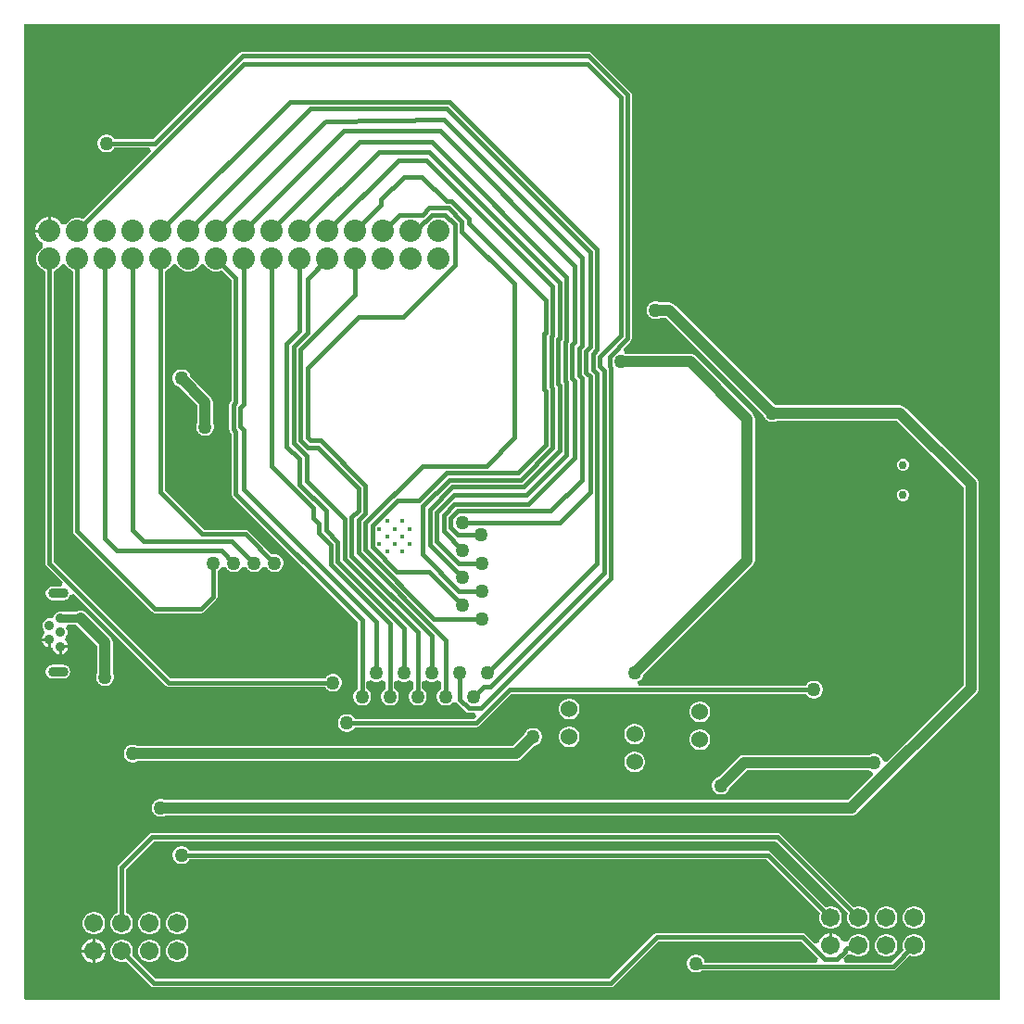
<source format=gbl>
G04*
G04 #@! TF.GenerationSoftware,Altium Limited,Altium Designer,25.3.3 (18)*
G04*
G04 Layer_Physical_Order=2*
G04 Layer_Color=16711680*
%FSLAX44Y44*%
%MOMM*%
G71*
G04*
G04 #@! TF.SameCoordinates,CF0063C5-59CE-4EC0-ACCE-DCAF0012FED6*
G04*
G04*
G04 #@! TF.FilePolarity,Positive*
G04*
G01*
G75*
%ADD61C,1.7018*%
%ADD67C,0.7620*%
%ADD68C,1.0160*%
%ADD69C,0.3810*%
%ADD70C,1.5240*%
%ADD71C,2.0320*%
%ADD72C,0.4000*%
%ADD73C,0.9000*%
%ADD74O,1.8500X0.9000*%
%ADD75C,0.7500*%
%ADD76C,1.2700*%
G36*
X891540D02*
X1270D01*
X0Y1270D01*
Y891540D01*
X891540D01*
Y0D01*
D02*
G37*
%LPC*%
G36*
X515620Y866085D02*
X199300D01*
X197863Y865799D01*
X196644Y864985D01*
X117734Y786075D01*
X82147D01*
X81434Y787311D01*
X79921Y788824D01*
X78067Y789894D01*
X76000Y790448D01*
X73860D01*
X71793Y789894D01*
X69939Y788824D01*
X68426Y787311D01*
X67356Y785457D01*
X66802Y783390D01*
Y781250D01*
X67356Y779183D01*
X68426Y777329D01*
X69939Y775816D01*
X71793Y774746D01*
X73860Y774192D01*
X76000D01*
X78067Y774746D01*
X79921Y775816D01*
X81434Y777329D01*
X82147Y778565D01*
X114226D01*
X115684Y775045D01*
X53632Y712993D01*
X52868Y713435D01*
X49832Y714248D01*
X46688D01*
X43652Y713435D01*
X40930Y711863D01*
X38707Y709640D01*
X38089Y708570D01*
X38014Y708540D01*
X33823Y708722D01*
X33022Y710108D01*
X30658Y712473D01*
X27762Y714145D01*
X24532Y715010D01*
X24130D01*
Y702310D01*
X22860D01*
Y701040D01*
X10160D01*
Y700638D01*
X11026Y697408D01*
X12697Y694512D01*
X15062Y692148D01*
X16448Y691347D01*
X16630Y687157D01*
X16600Y687081D01*
X15530Y686463D01*
X13307Y684240D01*
X11736Y681518D01*
X10922Y678482D01*
Y675338D01*
X11736Y672302D01*
X13307Y669580D01*
X15530Y667357D01*
X18252Y665786D01*
X19105Y665557D01*
Y398780D01*
X19391Y397343D01*
X20205Y396125D01*
X34938Y381391D01*
X33360Y377581D01*
X25910D01*
X23461Y377094D01*
X21384Y375706D01*
X19996Y373630D01*
X19509Y371180D01*
X19996Y368731D01*
X21384Y366654D01*
X23461Y365266D01*
X25910Y364779D01*
X35410D01*
X37860Y365266D01*
X39936Y366654D01*
X41324Y368731D01*
X41471Y369470D01*
X45462Y370867D01*
X129425Y286905D01*
X130643Y286091D01*
X132080Y285805D01*
X274723D01*
X275436Y284569D01*
X276949Y283056D01*
X278803Y281986D01*
X280870Y281432D01*
X283010D01*
X285077Y281986D01*
X286931Y283056D01*
X288444Y284569D01*
X289514Y286423D01*
X290068Y288490D01*
Y290630D01*
X289514Y292697D01*
X288444Y294551D01*
X286931Y296064D01*
X285077Y297134D01*
X283010Y297688D01*
X280870D01*
X278803Y297134D01*
X276949Y296064D01*
X275436Y294551D01*
X274723Y293315D01*
X133635D01*
X26615Y400335D01*
Y665557D01*
X27468Y665786D01*
X30190Y667357D01*
X32413Y669580D01*
X33443Y671364D01*
X34920Y671739D01*
X36200D01*
X37677Y671364D01*
X38707Y669580D01*
X40930Y667357D01*
X43652Y665786D01*
X44505Y665557D01*
Y427990D01*
X44791Y426553D01*
X45605Y425335D01*
X116725Y354215D01*
X117943Y353401D01*
X119380Y353115D01*
X161290D01*
X162727Y353401D01*
X163945Y354215D01*
X175375Y365645D01*
X176189Y366863D01*
X176475Y368300D01*
Y391563D01*
X177711Y392276D01*
X179224Y393789D01*
X179976Y395092D01*
X182033Y395390D01*
X184091Y395092D01*
X184843Y393789D01*
X186356Y392276D01*
X188209Y391206D01*
X190277Y390652D01*
X192417D01*
X194484Y391206D01*
X196337Y392276D01*
X197851Y393789D01*
X198603Y395092D01*
X200660Y395390D01*
X202717Y395092D01*
X203469Y393789D01*
X204983Y392276D01*
X206836Y391206D01*
X208903Y390652D01*
X211043D01*
X213111Y391206D01*
X214964Y392276D01*
X216477Y393789D01*
X217229Y395092D01*
X219287Y395390D01*
X221344Y395092D01*
X222096Y393789D01*
X223609Y392276D01*
X225463Y391206D01*
X227530Y390652D01*
X229670D01*
X231737Y391206D01*
X233591Y392276D01*
X235104Y393789D01*
X236174Y395643D01*
X236728Y397710D01*
Y399850D01*
X236174Y401917D01*
X235104Y403771D01*
X233591Y405284D01*
X231737Y406354D01*
X229670Y406908D01*
X227530D01*
X226152Y406539D01*
X204585Y428105D01*
X203367Y428919D01*
X201930Y429205D01*
X164115D01*
X128215Y465105D01*
Y665557D01*
X129068Y665786D01*
X131790Y667357D01*
X134013Y669580D01*
X135043Y671364D01*
X136520Y671739D01*
X137800D01*
X139277Y671364D01*
X140307Y669580D01*
X142530Y667357D01*
X145252Y665786D01*
X148288Y664972D01*
X151432D01*
X154468Y665786D01*
X157190Y667357D01*
X159413Y669580D01*
X160443Y671364D01*
X161920Y671739D01*
X163200D01*
X164677Y671364D01*
X165707Y669580D01*
X167930Y667357D01*
X170652Y665786D01*
X173688Y664972D01*
X176832D01*
X179868Y665786D01*
X180632Y666227D01*
X189285Y657575D01*
Y547174D01*
X188099Y545988D01*
X187285Y544769D01*
X186999Y543332D01*
Y520928D01*
X187285Y519491D01*
X188099Y518272D01*
X189285Y517086D01*
Y462280D01*
X189571Y460843D01*
X190385Y459625D01*
X304855Y345155D01*
Y284077D01*
X303619Y283364D01*
X302106Y281851D01*
X301036Y279997D01*
X300482Y277930D01*
Y275790D01*
X301036Y273723D01*
X302106Y271869D01*
X303619Y270356D01*
X305473Y269286D01*
X307540Y268732D01*
X309680D01*
X311747Y269286D01*
X313601Y270356D01*
X315114Y271869D01*
X316184Y273723D01*
X316738Y275790D01*
Y277930D01*
X316184Y279997D01*
X315114Y281851D01*
X313601Y283364D01*
X312365Y284077D01*
Y290512D01*
X316175Y292090D01*
X316319Y291946D01*
X318173Y290876D01*
X320240Y290322D01*
X322380D01*
X324447Y290876D01*
X326301Y291946D01*
X326445Y292090D01*
X330255Y290512D01*
Y284077D01*
X329019Y283364D01*
X327506Y281851D01*
X326436Y279997D01*
X325882Y277930D01*
Y275790D01*
X326436Y273723D01*
X327506Y271869D01*
X329019Y270356D01*
X330873Y269286D01*
X332940Y268732D01*
X335080D01*
X337147Y269286D01*
X339001Y270356D01*
X340514Y271869D01*
X341584Y273723D01*
X342138Y275790D01*
Y277930D01*
X341584Y279997D01*
X340514Y281851D01*
X339001Y283364D01*
X337765Y284077D01*
Y290512D01*
X341575Y292090D01*
X341719Y291946D01*
X343573Y290876D01*
X345640Y290322D01*
X347780D01*
X349847Y290876D01*
X351701Y291946D01*
X351845Y292090D01*
X355655Y290512D01*
Y284077D01*
X354419Y283364D01*
X352906Y281851D01*
X351836Y279997D01*
X351282Y277930D01*
Y275790D01*
X351836Y273723D01*
X352906Y271869D01*
X354419Y270356D01*
X356273Y269286D01*
X358340Y268732D01*
X360480D01*
X362547Y269286D01*
X364401Y270356D01*
X365914Y271869D01*
X366984Y273723D01*
X367538Y275790D01*
Y277930D01*
X366984Y279997D01*
X365914Y281851D01*
X364401Y283364D01*
X363165Y284077D01*
Y290512D01*
X366975Y292090D01*
X367119Y291946D01*
X368973Y290876D01*
X371040Y290322D01*
X373180D01*
X375247Y290876D01*
X377101Y291946D01*
X377245Y292090D01*
X381055Y290512D01*
Y284077D01*
X379819Y283364D01*
X378306Y281851D01*
X377236Y279997D01*
X376682Y277930D01*
Y275790D01*
X377236Y273723D01*
X378306Y271869D01*
X379819Y270356D01*
X381673Y269286D01*
X383740Y268732D01*
X385880D01*
X387947Y269286D01*
X389801Y270356D01*
X390759Y271314D01*
X393344Y271519D01*
X395315Y271178D01*
X403083Y263410D01*
X404302Y262596D01*
X405739Y262310D01*
X411197D01*
X412750Y258756D01*
X410916Y256485D01*
X301857D01*
X301144Y257721D01*
X299631Y259234D01*
X297777Y260304D01*
X295710Y260858D01*
X293570D01*
X291503Y260304D01*
X289649Y259234D01*
X288136Y257721D01*
X287066Y255867D01*
X286512Y253800D01*
Y251660D01*
X287066Y249593D01*
X288136Y247739D01*
X289649Y246226D01*
X291503Y245156D01*
X293570Y244602D01*
X295710D01*
X297777Y245156D01*
X299631Y246226D01*
X301144Y247739D01*
X301857Y248975D01*
X412840D01*
X414277Y249261D01*
X415495Y250075D01*
X444876Y279455D01*
X714143D01*
X714856Y278219D01*
X716369Y276706D01*
X718223Y275636D01*
X720290Y275082D01*
X722430D01*
X724497Y275636D01*
X726351Y276706D01*
X727864Y278219D01*
X728934Y280073D01*
X729488Y282140D01*
Y284280D01*
X728934Y286347D01*
X727864Y288201D01*
X726351Y289714D01*
X724497Y290784D01*
X722430Y291338D01*
X720290D01*
X718223Y290784D01*
X716369Y289714D01*
X714856Y288201D01*
X714143Y286965D01*
X560793D01*
X560291Y290775D01*
X560667Y290876D01*
X562521Y291946D01*
X564034Y293459D01*
X565104Y295313D01*
X565444Y296582D01*
X665291Y396429D01*
X666391Y397861D01*
X667082Y399530D01*
X667317Y401320D01*
Y530860D01*
X667082Y532650D01*
X666391Y534319D01*
X665291Y535751D01*
X613221Y587821D01*
X611789Y588921D01*
X610120Y589612D01*
X608330Y589847D01*
X549115D01*
X548431Y590242D01*
X548327Y590270D01*
X547115Y594445D01*
X553835Y601166D01*
X554649Y602384D01*
X554935Y603821D01*
Y826770D01*
X554649Y828207D01*
X553835Y829425D01*
X518275Y864985D01*
X517057Y865799D01*
X515620Y866085D01*
D02*
G37*
G36*
X21590Y715010D02*
X21188D01*
X17958Y714145D01*
X15062Y712473D01*
X12697Y710108D01*
X11026Y707212D01*
X10160Y703982D01*
Y703580D01*
X21590D01*
Y715010D01*
D02*
G37*
G36*
X144580Y575818D02*
X142440D01*
X140373Y575264D01*
X138519Y574194D01*
X137006Y572681D01*
X135936Y570827D01*
X135382Y568760D01*
Y566620D01*
X135936Y564553D01*
X137006Y562699D01*
X138519Y561186D01*
X140373Y560116D01*
X141642Y559776D01*
X158183Y543235D01*
Y527515D01*
X157526Y526377D01*
X156972Y524310D01*
Y522170D01*
X157526Y520103D01*
X158596Y518249D01*
X160109Y516736D01*
X161963Y515666D01*
X164030Y515112D01*
X166170D01*
X168237Y515666D01*
X170091Y516736D01*
X171604Y518249D01*
X172674Y520103D01*
X173228Y522170D01*
Y524310D01*
X172674Y526377D01*
X172017Y527515D01*
Y546100D01*
X171782Y547890D01*
X171091Y549559D01*
X169991Y550991D01*
X151424Y569558D01*
X151084Y570827D01*
X150014Y572681D01*
X148501Y574194D01*
X146647Y575264D01*
X144580Y575818D01*
D02*
G37*
G36*
X803740Y494038D02*
X801540D01*
X799509Y493196D01*
X797954Y491641D01*
X797112Y489610D01*
Y487410D01*
X797954Y485379D01*
X799509Y483824D01*
X801540Y482982D01*
X803740D01*
X805771Y483824D01*
X807326Y485379D01*
X808168Y487410D01*
Y489610D01*
X807326Y491641D01*
X805771Y493196D01*
X803740Y494038D01*
D02*
G37*
G36*
Y466538D02*
X801540D01*
X799509Y465696D01*
X797954Y464141D01*
X797112Y462110D01*
Y459910D01*
X797954Y457879D01*
X799509Y456324D01*
X801540Y455482D01*
X803740D01*
X805771Y456324D01*
X807326Y457879D01*
X808168Y459910D01*
Y462110D01*
X807326Y464141D01*
X805771Y465696D01*
X803740Y466538D01*
D02*
G37*
G36*
X51620Y355347D02*
X49830Y355112D01*
X48161Y354421D01*
X47780Y354128D01*
X35510D01*
X34109Y354708D01*
X31611D01*
X29304Y353752D01*
X27538Y351986D01*
X26582Y349679D01*
X24109Y348208D01*
X23062Y348208D01*
X21611D01*
X19304Y347252D01*
X17538Y345486D01*
X16582Y343179D01*
Y340681D01*
X17538Y338374D01*
X18401Y335082D01*
X17454Y333480D01*
X17227Y333253D01*
X16300Y331647D01*
X15912Y330200D01*
X22860D01*
Y328930D01*
X24130D01*
Y321825D01*
X25813Y321505D01*
X26300Y319713D01*
X27227Y318107D01*
X28537Y316797D01*
X30143Y315870D01*
X31590Y315482D01*
Y322430D01*
X32860D01*
Y323700D01*
X39808D01*
X39420Y325147D01*
X38493Y326753D01*
X38266Y326980D01*
X37319Y328582D01*
X38182Y331874D01*
X39138Y334181D01*
Y336679D01*
X38182Y338986D01*
X39824Y342733D01*
X47535D01*
X66743Y323525D01*
Y298915D01*
X66086Y297777D01*
X65532Y295710D01*
Y293570D01*
X66086Y291503D01*
X67156Y289649D01*
X68669Y288136D01*
X70523Y287066D01*
X72590Y286512D01*
X74730D01*
X76797Y287066D01*
X78651Y288136D01*
X80164Y289649D01*
X81234Y291503D01*
X81788Y293570D01*
Y295710D01*
X81234Y297777D01*
X80577Y298915D01*
Y326390D01*
X80342Y328180D01*
X79651Y329849D01*
X78551Y331281D01*
X56511Y353321D01*
X55079Y354421D01*
X53410Y355112D01*
X51620Y355347D01*
D02*
G37*
G36*
X21590Y327660D02*
X15912D01*
X16300Y326213D01*
X17227Y324607D01*
X18537Y323297D01*
X20143Y322370D01*
X21590Y321982D01*
Y327660D01*
D02*
G37*
G36*
X39808Y321160D02*
X34130D01*
Y315482D01*
X35577Y315870D01*
X37183Y316797D01*
X38493Y318107D01*
X39420Y319713D01*
X39808Y321160D01*
D02*
G37*
G36*
X35410Y306081D02*
X25910D01*
X23461Y305594D01*
X21384Y304206D01*
X19996Y302129D01*
X19509Y299680D01*
X19996Y297230D01*
X21384Y295154D01*
X23461Y293766D01*
X25910Y293279D01*
X35410D01*
X37860Y293766D01*
X39936Y295154D01*
X41324Y297230D01*
X41811Y299680D01*
X41324Y302129D01*
X39936Y304206D01*
X37860Y305594D01*
X35410Y306081D01*
D02*
G37*
G36*
X499077Y274828D02*
X496603D01*
X494212Y274188D01*
X492070Y272950D01*
X490320Y271201D01*
X489082Y269058D01*
X488442Y266667D01*
Y264193D01*
X489082Y261803D01*
X490320Y259660D01*
X492070Y257910D01*
X494212Y256672D01*
X496603Y256032D01*
X499077D01*
X501468Y256672D01*
X503610Y257910D01*
X505360Y259660D01*
X506598Y261803D01*
X507238Y264193D01*
Y266667D01*
X506598Y269058D01*
X505360Y271201D01*
X503610Y272950D01*
X501468Y274188D01*
X499077Y274828D01*
D02*
G37*
G36*
X618457Y272288D02*
X615983D01*
X613592Y271647D01*
X611450Y270410D01*
X609700Y268661D01*
X608462Y266518D01*
X607822Y264127D01*
Y261653D01*
X608462Y259263D01*
X609700Y257120D01*
X611450Y255370D01*
X613592Y254132D01*
X615983Y253492D01*
X618457D01*
X620848Y254132D01*
X622990Y255370D01*
X624740Y257120D01*
X625978Y259263D01*
X626618Y261653D01*
Y264127D01*
X625978Y266518D01*
X624740Y268661D01*
X622990Y270410D01*
X620848Y271647D01*
X618457Y272288D01*
D02*
G37*
G36*
X558767Y251968D02*
X556293D01*
X553903Y251327D01*
X551759Y250090D01*
X550010Y248340D01*
X548773Y246197D01*
X548132Y243807D01*
Y241333D01*
X548773Y238943D01*
X550010Y236800D01*
X551759Y235050D01*
X553903Y233813D01*
X556293Y233172D01*
X558767D01*
X561157Y233813D01*
X563301Y235050D01*
X565050Y236800D01*
X566287Y238943D01*
X566928Y241333D01*
Y243807D01*
X566287Y246197D01*
X565050Y248340D01*
X563301Y250090D01*
X561157Y251327D01*
X558767Y251968D01*
D02*
G37*
G36*
X465890Y248158D02*
X463750D01*
X461683Y247604D01*
X459829Y246534D01*
X458316Y245021D01*
X457246Y243167D01*
X457158Y242837D01*
X446027Y231707D01*
X103335D01*
X102197Y232364D01*
X100130Y232918D01*
X97990D01*
X95923Y232364D01*
X94069Y231294D01*
X92556Y229781D01*
X91486Y227927D01*
X90932Y225860D01*
Y223720D01*
X91486Y221653D01*
X92556Y219799D01*
X94069Y218286D01*
X95923Y217216D01*
X97990Y216662D01*
X100130D01*
X102197Y217216D01*
X103335Y217873D01*
X448893D01*
X450683Y218109D01*
X452351Y218799D01*
X453784Y219899D01*
X465787Y231902D01*
X465890D01*
X467957Y232456D01*
X469811Y233526D01*
X471324Y235039D01*
X472394Y236893D01*
X472948Y238960D01*
Y241100D01*
X472394Y243167D01*
X471324Y245021D01*
X469811Y246534D01*
X467957Y247604D01*
X465890Y248158D01*
D02*
G37*
G36*
X499077Y249428D02*
X496603D01*
X494212Y248787D01*
X492070Y247550D01*
X490320Y245800D01*
X489082Y243657D01*
X488442Y241267D01*
Y238793D01*
X489082Y236402D01*
X490320Y234259D01*
X492070Y232510D01*
X494212Y231273D01*
X496603Y230632D01*
X499077D01*
X501468Y231273D01*
X503610Y232510D01*
X505360Y234259D01*
X506598Y236402D01*
X507238Y238793D01*
Y241267D01*
X506598Y243657D01*
X505360Y245800D01*
X503610Y247550D01*
X501468Y248787D01*
X499077Y249428D01*
D02*
G37*
G36*
X618457Y246888D02*
X615983D01*
X613592Y246248D01*
X611450Y245010D01*
X609700Y243260D01*
X608462Y241117D01*
X607822Y238727D01*
Y236253D01*
X608462Y233862D01*
X609700Y231719D01*
X611450Y229970D01*
X613592Y228732D01*
X615983Y228092D01*
X618457D01*
X620848Y228732D01*
X622990Y229970D01*
X624740Y231719D01*
X625978Y233862D01*
X626618Y236253D01*
Y238727D01*
X625978Y241117D01*
X624740Y243260D01*
X622990Y245010D01*
X620848Y246248D01*
X618457Y246888D01*
D02*
G37*
G36*
X577650Y638048D02*
X575510D01*
X573443Y637494D01*
X571589Y636424D01*
X570076Y634911D01*
X569006Y633057D01*
X568452Y630990D01*
Y628850D01*
X569006Y626783D01*
X570076Y624929D01*
X571589Y623416D01*
X573443Y622346D01*
X575510Y621792D01*
X577650D01*
X579717Y622346D01*
X580855Y623003D01*
X586415D01*
X675346Y534072D01*
X675686Y532803D01*
X676756Y530949D01*
X678269Y529436D01*
X680123Y528366D01*
X682190Y527812D01*
X684330D01*
X686397Y528366D01*
X687535Y529023D01*
X797235D01*
X857953Y468305D01*
Y287345D01*
X787908Y217300D01*
X786536Y217410D01*
X783829Y218609D01*
X783544Y219672D01*
X782474Y221526D01*
X780961Y223039D01*
X779107Y224109D01*
X777040Y224663D01*
X774900D01*
X772833Y224109D01*
X771695Y223452D01*
X657225D01*
X655435Y223216D01*
X653766Y222526D01*
X652334Y221426D01*
X634402Y203494D01*
X633133Y203154D01*
X631279Y202084D01*
X629766Y200571D01*
X628696Y198717D01*
X628142Y196650D01*
Y194510D01*
X628696Y192443D01*
X629766Y190589D01*
X631279Y189076D01*
X633133Y188006D01*
X635200Y187452D01*
X637340D01*
X639407Y188006D01*
X641261Y189076D01*
X642774Y190589D01*
X643844Y192443D01*
X644184Y193712D01*
X660090Y209618D01*
X771695D01*
X772833Y208961D01*
X773896Y208676D01*
X775095Y205969D01*
X775205Y204597D01*
X752785Y182177D01*
X128735D01*
X127597Y182834D01*
X125530Y183388D01*
X123390D01*
X121323Y182834D01*
X119469Y181764D01*
X117956Y180251D01*
X116886Y178397D01*
X116332Y176330D01*
Y174190D01*
X116886Y172123D01*
X117956Y170269D01*
X119469Y168756D01*
X121323Y167686D01*
X123390Y167132D01*
X125530D01*
X127597Y167686D01*
X128735Y168343D01*
X755650D01*
X757440Y168578D01*
X759109Y169270D01*
X760541Y170369D01*
X761811Y171639D01*
X761811Y171639D01*
X869761Y279589D01*
X870861Y281021D01*
X871552Y282690D01*
X871787Y284480D01*
Y471170D01*
X871552Y472960D01*
X870861Y474629D01*
X869761Y476061D01*
X804991Y540831D01*
X803559Y541931D01*
X801890Y542621D01*
X800100Y542857D01*
X687535D01*
X686397Y543514D01*
X685128Y543854D01*
X594171Y634811D01*
X592739Y635910D01*
X591070Y636601D01*
X589280Y636837D01*
X580855D01*
X579717Y637494D01*
X577650Y638048D01*
D02*
G37*
G36*
X558767Y226568D02*
X556293D01*
X553903Y225928D01*
X551759Y224690D01*
X550010Y222941D01*
X548773Y220798D01*
X548132Y218407D01*
Y215933D01*
X548773Y213542D01*
X550010Y211399D01*
X551759Y209650D01*
X553903Y208412D01*
X556293Y207772D01*
X558767D01*
X561157Y208412D01*
X563301Y209650D01*
X565050Y211399D01*
X566287Y213542D01*
X566928Y215933D01*
Y218407D01*
X566287Y220798D01*
X565050Y222941D01*
X563301Y224690D01*
X561157Y225928D01*
X558767Y226568D01*
D02*
G37*
G36*
X814154Y85217D02*
X811446D01*
X808829Y84516D01*
X806484Y83162D01*
X804568Y81246D01*
X803214Y78901D01*
X802513Y76284D01*
Y73576D01*
X803214Y70959D01*
X804568Y68614D01*
X806484Y66698D01*
X808829Y65344D01*
X811446Y64643D01*
X814154D01*
X816771Y65344D01*
X819116Y66698D01*
X821032Y68614D01*
X822386Y70959D01*
X823087Y73576D01*
Y76284D01*
X822386Y78901D01*
X821032Y81246D01*
X819116Y83162D01*
X816771Y84516D01*
X814154Y85217D01*
D02*
G37*
G36*
X788754D02*
X786046D01*
X783429Y84516D01*
X781084Y83162D01*
X779168Y81246D01*
X777814Y78901D01*
X777113Y76284D01*
Y73576D01*
X777814Y70959D01*
X779168Y68614D01*
X781084Y66698D01*
X783429Y65344D01*
X786046Y64643D01*
X788754D01*
X791371Y65344D01*
X793716Y66698D01*
X795632Y68614D01*
X796986Y70959D01*
X797687Y73576D01*
Y76284D01*
X796986Y78901D01*
X795632Y81246D01*
X793716Y83162D01*
X791371Y84516D01*
X788754Y85217D01*
D02*
G37*
G36*
X688340Y152345D02*
X116840D01*
X115403Y152059D01*
X114185Y151245D01*
X86245Y123305D01*
X85431Y122087D01*
X85145Y120650D01*
Y79494D01*
X84929Y79436D01*
X82584Y78082D01*
X80668Y76166D01*
X79314Y73821D01*
X78613Y71204D01*
Y68496D01*
X79314Y65879D01*
X80668Y63534D01*
X82584Y61618D01*
X84929Y60264D01*
X87546Y59563D01*
X90254D01*
X92871Y60264D01*
X95216Y61618D01*
X97132Y63534D01*
X98486Y65879D01*
X99187Y68496D01*
Y71204D01*
X98486Y73821D01*
X97132Y76166D01*
X95216Y78082D01*
X92871Y79436D01*
X92655Y79494D01*
Y119095D01*
X118395Y144835D01*
X686785D01*
X752526Y79094D01*
X752414Y78901D01*
X751713Y76284D01*
Y73576D01*
X752414Y70959D01*
X753768Y68614D01*
X755684Y66698D01*
X758029Y65344D01*
X760646Y64643D01*
X763354D01*
X765971Y65344D01*
X768316Y66698D01*
X770232Y68614D01*
X771586Y70959D01*
X772287Y73576D01*
Y76284D01*
X771586Y78901D01*
X770232Y81246D01*
X768316Y83162D01*
X765971Y84516D01*
X763354Y85217D01*
X760646D01*
X758029Y84516D01*
X757836Y84404D01*
X690995Y151245D01*
X689777Y152059D01*
X688340Y152345D01*
D02*
G37*
G36*
X144580Y140208D02*
X142440D01*
X140373Y139654D01*
X138519Y138584D01*
X137006Y137071D01*
X135936Y135217D01*
X135382Y133150D01*
Y131010D01*
X135936Y128943D01*
X137006Y127089D01*
X138519Y125576D01*
X140373Y124506D01*
X142440Y123952D01*
X144580D01*
X146647Y124506D01*
X148501Y125576D01*
X150014Y127089D01*
X150727Y128325D01*
X677895D01*
X727126Y79094D01*
X727014Y78901D01*
X726313Y76284D01*
Y73576D01*
X727014Y70959D01*
X728368Y68614D01*
X730284Y66698D01*
X732629Y65344D01*
X735246Y64643D01*
X737954D01*
X740571Y65344D01*
X742916Y66698D01*
X744832Y68614D01*
X746186Y70959D01*
X746887Y73576D01*
Y76284D01*
X746186Y78901D01*
X744832Y81246D01*
X742916Y83162D01*
X740571Y84516D01*
X737954Y85217D01*
X735246D01*
X732629Y84516D01*
X732436Y84404D01*
X682105Y134735D01*
X680887Y135549D01*
X679450Y135835D01*
X150727D01*
X150014Y137071D01*
X148501Y138584D01*
X146647Y139654D01*
X144580Y140208D01*
D02*
G37*
G36*
X141054Y80137D02*
X138346D01*
X135729Y79436D01*
X133384Y78082D01*
X131468Y76166D01*
X130114Y73821D01*
X129413Y71204D01*
Y68496D01*
X130114Y65879D01*
X131468Y63534D01*
X133384Y61618D01*
X135729Y60264D01*
X138346Y59563D01*
X141054D01*
X143671Y60264D01*
X146016Y61618D01*
X147932Y63534D01*
X149286Y65879D01*
X149987Y68496D01*
Y71204D01*
X149286Y73821D01*
X147932Y76166D01*
X146016Y78082D01*
X143671Y79436D01*
X141054Y80137D01*
D02*
G37*
G36*
X115654D02*
X112946D01*
X110329Y79436D01*
X107984Y78082D01*
X106068Y76166D01*
X104714Y73821D01*
X104013Y71204D01*
Y68496D01*
X104714Y65879D01*
X106068Y63534D01*
X107984Y61618D01*
X110329Y60264D01*
X112946Y59563D01*
X115654D01*
X118271Y60264D01*
X120616Y61618D01*
X122532Y63534D01*
X123886Y65879D01*
X124587Y68496D01*
Y71204D01*
X123886Y73821D01*
X122532Y76166D01*
X120616Y78082D01*
X118271Y79436D01*
X115654Y80137D01*
D02*
G37*
G36*
X64854D02*
X62146D01*
X59529Y79436D01*
X57184Y78082D01*
X55268Y76166D01*
X53914Y73821D01*
X53213Y71204D01*
Y68496D01*
X53914Y65879D01*
X55268Y63534D01*
X57184Y61618D01*
X59529Y60264D01*
X62146Y59563D01*
X64854D01*
X67471Y60264D01*
X69816Y61618D01*
X71732Y63534D01*
X73086Y65879D01*
X73787Y68496D01*
Y71204D01*
X73086Y73821D01*
X71732Y76166D01*
X69816Y78082D01*
X67471Y79436D01*
X64854Y80137D01*
D02*
G37*
G36*
X64955Y55499D02*
X64770D01*
Y45720D01*
X74549D01*
Y45905D01*
X73796Y48715D01*
X72341Y51234D01*
X70284Y53291D01*
X67765Y54746D01*
X64955Y55499D01*
D02*
G37*
G36*
X62230D02*
X62045D01*
X59235Y54746D01*
X56716Y53291D01*
X54659Y51234D01*
X53204Y48715D01*
X52451Y45905D01*
Y45720D01*
X62230D01*
Y55499D01*
D02*
G37*
G36*
X788754Y59817D02*
X786046D01*
X783429Y59116D01*
X781084Y57762D01*
X779168Y55846D01*
X777814Y53501D01*
X777113Y50884D01*
Y48176D01*
X777814Y45559D01*
X779168Y43214D01*
X781084Y41298D01*
X783429Y39944D01*
X786046Y39243D01*
X788754D01*
X791371Y39944D01*
X793716Y41298D01*
X795632Y43214D01*
X796986Y45559D01*
X797687Y48176D01*
Y50884D01*
X796986Y53501D01*
X795632Y55846D01*
X793716Y57762D01*
X791371Y59116D01*
X788754Y59817D01*
D02*
G37*
G36*
X141054Y54737D02*
X138346D01*
X135729Y54036D01*
X133384Y52682D01*
X131468Y50766D01*
X130114Y48421D01*
X129413Y45804D01*
Y43096D01*
X130114Y40479D01*
X131468Y38134D01*
X133384Y36218D01*
X135729Y34864D01*
X138346Y34163D01*
X141054D01*
X143671Y34864D01*
X146016Y36218D01*
X147932Y38134D01*
X149286Y40479D01*
X149987Y43096D01*
Y45804D01*
X149286Y48421D01*
X147932Y50766D01*
X146016Y52682D01*
X143671Y54036D01*
X141054Y54737D01*
D02*
G37*
G36*
X115654D02*
X112946D01*
X110329Y54036D01*
X107984Y52682D01*
X106068Y50766D01*
X104714Y48421D01*
X104013Y45804D01*
Y43096D01*
X104714Y40479D01*
X106068Y38134D01*
X107984Y36218D01*
X110329Y34864D01*
X112946Y34163D01*
X115654D01*
X118271Y34864D01*
X120616Y36218D01*
X122532Y38134D01*
X123886Y40479D01*
X124587Y43096D01*
Y45804D01*
X123886Y48421D01*
X122532Y50766D01*
X120616Y52682D01*
X118271Y54036D01*
X115654Y54737D01*
D02*
G37*
G36*
X74549Y43180D02*
X64770D01*
Y33401D01*
X64955D01*
X67765Y34154D01*
X70284Y35609D01*
X72341Y37666D01*
X73796Y40185D01*
X74549Y42995D01*
Y43180D01*
D02*
G37*
G36*
X62230D02*
X52451D01*
Y42995D01*
X53204Y40185D01*
X54659Y37666D01*
X56716Y35609D01*
X59235Y34154D01*
X62045Y33401D01*
X62230D01*
Y43180D01*
D02*
G37*
G36*
X710660Y60905D02*
X577850D01*
X576413Y60619D01*
X575195Y59805D01*
X534385Y18995D01*
X119665D01*
X98374Y40286D01*
X98486Y40479D01*
X99187Y43096D01*
Y45804D01*
X98486Y48421D01*
X97132Y50766D01*
X95216Y52682D01*
X92871Y54036D01*
X90254Y54737D01*
X87546D01*
X84929Y54036D01*
X82584Y52682D01*
X80668Y50766D01*
X79314Y48421D01*
X78613Y45804D01*
Y43096D01*
X79314Y40479D01*
X80668Y38134D01*
X82584Y36218D01*
X84929Y34864D01*
X87546Y34163D01*
X90254D01*
X92871Y34864D01*
X93064Y34976D01*
X115455Y12585D01*
X116673Y11771D01*
X118110Y11485D01*
X535940D01*
X537377Y11771D01*
X538595Y12585D01*
X579405Y53395D01*
X709105D01*
X724999Y37501D01*
X723540Y33981D01*
X621538D01*
Y34090D01*
X620984Y36157D01*
X619914Y38011D01*
X618401Y39524D01*
X616547Y40594D01*
X614480Y41148D01*
X612340D01*
X610273Y40594D01*
X608419Y39524D01*
X606906Y38011D01*
X605836Y36157D01*
X605282Y34090D01*
Y31950D01*
X605836Y29883D01*
X606906Y28029D01*
X608419Y26516D01*
X610273Y25446D01*
X612340Y24892D01*
X614480D01*
X616547Y25446D01*
X618396Y26513D01*
X618610Y26471D01*
X793496D01*
X794933Y26757D01*
X796151Y27571D01*
X808636Y40056D01*
X808829Y39944D01*
X811446Y39243D01*
X814154D01*
X816771Y39944D01*
X819116Y41298D01*
X821032Y43214D01*
X822386Y45559D01*
X823087Y48176D01*
Y50884D01*
X822386Y53501D01*
X821032Y55846D01*
X819116Y57762D01*
X816771Y59116D01*
X814154Y59817D01*
X811446D01*
X808829Y59116D01*
X806484Y57762D01*
X804568Y55846D01*
X803214Y53501D01*
X802513Y50884D01*
Y48176D01*
X803214Y45559D01*
X803326Y45366D01*
X791941Y33981D01*
X749660D01*
X748201Y37501D01*
X752209Y41509D01*
X755652Y41300D01*
X756130Y41041D01*
X758029Y39944D01*
X760646Y39243D01*
X763354D01*
X765971Y39944D01*
X768316Y41298D01*
X770232Y43214D01*
X771586Y45559D01*
X772287Y48176D01*
Y50884D01*
X771586Y53501D01*
X770232Y55846D01*
X768316Y57762D01*
X765971Y59116D01*
X763354Y59817D01*
X760646D01*
X758029Y59116D01*
X755684Y57762D01*
X753768Y55846D01*
X752503Y53655D01*
X752309Y53472D01*
X750614Y53004D01*
X746896Y53795D01*
X745441Y56314D01*
X743384Y58371D01*
X740865Y59826D01*
X738055Y60579D01*
X737870D01*
Y49530D01*
X735330D01*
Y60579D01*
X735145D01*
X732335Y59826D01*
X729816Y58371D01*
X727759Y56314D01*
X726304Y53795D01*
X725968Y52541D01*
X722247Y51235D01*
X721857Y51264D01*
X713316Y59805D01*
X712097Y60619D01*
X710660Y60905D01*
D02*
G37*
%LPD*%
D61*
X63500Y44450D02*
D03*
X88900D02*
D03*
X114300D02*
D03*
X139700D02*
D03*
X63500Y69850D02*
D03*
X88900D02*
D03*
X114300D02*
D03*
X139700D02*
D03*
X736600Y49530D02*
D03*
X762000D02*
D03*
X787400D02*
D03*
X812800D02*
D03*
X736600Y74930D02*
D03*
X762000D02*
D03*
X787400D02*
D03*
X812800D02*
D03*
D67*
X32860Y348430D02*
X51620D01*
D68*
X660400Y401320D02*
Y530860D01*
X608330Y582930D02*
X660400Y530860D01*
X545555Y582930D02*
X608330D01*
X124460Y175260D02*
X755650D01*
X756920Y176530D01*
X864870Y284480D01*
X73660Y294640D02*
Y326390D01*
X51620Y348430D02*
X73660Y326390D01*
X99060Y224790D02*
X448893D01*
X463647Y239544D01*
X463990Y239200D01*
X636270Y195580D02*
X657225Y216535D01*
X775970D01*
X557530Y298450D02*
X660400Y401320D01*
X143510Y567690D02*
X165100Y546100D01*
Y523240D02*
Y546100D01*
X864870Y284480D02*
Y471170D01*
X800100Y535940D02*
X864870Y471170D01*
X683260Y535940D02*
X800100D01*
X576580Y629920D02*
X589280D01*
X683260Y535940D01*
D69*
X443320Y283210D02*
X721360D01*
X412840Y252730D02*
X443320Y283210D01*
X294640Y252730D02*
X412840D01*
X405739Y266065D02*
X417195D01*
X535940Y384810D01*
X419620Y286270D02*
X425996D01*
X397510Y274294D02*
Y298450D01*
X410210Y276860D02*
X419620Y286270D01*
X397510Y274294D02*
X405739Y266065D01*
X132080Y289560D02*
X281940D01*
X22860Y398780D02*
X132080Y289560D01*
X462280Y237490D02*
X464820Y240030D01*
X793496Y30226D02*
X812800Y49530D01*
X618610Y30226D02*
X793496D01*
X615816Y33020D02*
X618610Y30226D01*
X613410Y33020D02*
X615816D01*
X749554Y45016D02*
X751786Y47248D01*
X577850Y57150D02*
X710660D01*
X741966Y36576D02*
X749554Y44164D01*
X710660Y57150D02*
X731234Y36576D01*
X741966D01*
X749554Y44164D02*
Y45016D01*
X751786Y47248D02*
X759718D01*
X118110Y15240D02*
X535940D01*
X577850Y57150D01*
X759718Y47248D02*
X762000Y49530D01*
X679450Y132080D02*
X736600Y74930D01*
X143510Y132080D02*
X679450D01*
X688340Y148590D02*
X762000Y74930D01*
X116840Y148590D02*
X688340D01*
X88900Y44450D02*
X118110Y15240D01*
X88900Y69850D02*
Y120650D01*
X116840Y148590D01*
X190754Y520928D02*
X193040Y518642D01*
X199390Y521272D02*
X200660Y520002D01*
X197104Y523558D02*
X199390Y521272D01*
X193040Y545618D02*
Y659130D01*
X175260Y676910D02*
X193040Y659130D01*
X190754Y520928D02*
Y543332D01*
X193040Y545618D01*
X197104Y523558D02*
Y540702D01*
X193040Y462280D02*
Y518642D01*
Y462280D02*
X308610Y346710D01*
X197104Y540702D02*
X199390Y542988D01*
X200660Y544258D01*
X124460Y463550D02*
Y676910D01*
Y463550D02*
X162560Y425450D01*
X201930D01*
X228600Y398780D01*
X189653Y419100D02*
X209973Y398780D01*
X109220Y419100D02*
X189653D01*
X172720Y368300D02*
Y398780D01*
X179917Y410210D02*
X191347Y398780D01*
X84782Y410210D02*
X179917D01*
X99060Y429260D02*
Y676910D01*
Y429260D02*
X109220Y419100D01*
X73660Y421332D02*
Y676910D01*
Y421332D02*
X84782Y410210D01*
X161290Y356870D02*
X172720Y368300D01*
X119380Y356870D02*
X161290D01*
X48260Y427990D02*
X119380Y356870D01*
X48260Y427990D02*
Y676910D01*
X308610Y276860D02*
Y346710D01*
X200660Y466090D02*
Y520002D01*
Y466090D02*
X321310Y345440D01*
Y298450D02*
Y345440D01*
X200660Y544258D02*
Y676910D01*
X119290Y782320D02*
X199300Y862330D01*
X74930Y782320D02*
X119290D01*
X199300Y862330D02*
X515620D01*
X551180Y826770D01*
Y603821D02*
Y826770D01*
X200660Y854710D02*
X514260D01*
X544830Y606451D02*
Y824140D01*
X514260Y854710D02*
X544830Y824140D01*
X48260Y702310D02*
X200660Y854710D01*
X534498Y587140D02*
X551180Y603821D01*
X534498Y578720D02*
Y587140D01*
Y578720D02*
X535940Y577279D01*
Y384810D02*
Y577279D01*
X545293Y582668D02*
X545555Y582930D01*
X523240Y398780D02*
Y572018D01*
X487680Y603183D02*
X488950Y604453D01*
X487680Y562677D02*
Y603183D01*
X488950Y501650D02*
Y561407D01*
X487680Y562677D02*
X488950Y561407D01*
X379492Y793750D02*
X502920Y670322D01*
X494030Y565307D02*
X495300Y564037D01*
X516890Y596472D02*
Y683260D01*
X525780Y578459D02*
X529590Y574649D01*
X488950Y604453D02*
Y655320D01*
X506730Y595292D02*
X509270Y597832D01*
X513080Y592662D02*
X516890Y596472D01*
X529590Y389864D02*
Y574649D01*
X383540Y803910D02*
X509270Y678180D01*
X367030Y767080D02*
X482600Y651510D01*
X494030Y565307D02*
Y600553D01*
X506730Y570568D02*
X509270Y568028D01*
X502920Y600462D02*
Y670322D01*
X460362Y452742D02*
X502920Y495300D01*
X506730Y570568D02*
Y595292D01*
X425996Y286270D02*
X529590Y389864D01*
X495300Y497840D02*
Y564037D01*
Y601823D02*
Y660400D01*
X494030Y600553D02*
X495300Y601823D01*
X525780Y587401D02*
X544830Y606451D01*
X513080Y573198D02*
X516890Y569388D01*
X513080Y573198D02*
Y592662D01*
X525780Y578459D02*
Y587401D01*
X369570Y774700D02*
X488950Y655320D01*
X476250Y506911D02*
Y556147D01*
X474980Y557417D02*
Y608443D01*
X455930Y468630D02*
X488950Y501650D01*
X474980Y557417D02*
X476250Y556147D01*
X474980Y608443D02*
X476250Y609713D01*
Y638810D01*
X458470Y461010D02*
X495300Y497840D01*
X481330Y560047D02*
Y605813D01*
Y560047D02*
X482600Y558777D01*
X480682Y446392D02*
X509270Y474980D01*
X450670Y481330D02*
X476250Y506911D01*
X509270Y597832D02*
Y678180D01*
X519430Y575828D02*
X523240Y572018D01*
X519430Y590032D02*
X523240Y593842D01*
X481330Y605813D02*
X482600Y607083D01*
X500380Y567938D02*
X502920Y565398D01*
X500380Y567938D02*
Y597922D01*
X509270Y474980D02*
Y568028D01*
X386080Y814070D02*
X516890Y683260D01*
X453300Y474980D02*
X482600Y504280D01*
X422910Y298450D02*
X523240Y398780D01*
X519430Y575828D02*
Y590032D01*
X405765Y709295D02*
X476250Y638810D01*
X502920Y495300D02*
Y565398D01*
X388710Y820420D02*
X523240Y685890D01*
X500380Y597922D02*
X502920Y600462D01*
X488937Y435597D02*
X516890Y463550D01*
X523240Y593842D02*
Y685890D01*
X516890Y463550D02*
Y569388D01*
X372110Y783590D02*
X495300Y660400D01*
X482600Y607083D02*
Y651510D01*
Y504280D02*
Y558777D01*
X277145Y802673D02*
X383540Y803910D01*
X124460Y702310D02*
X242570Y820420D01*
X388710D01*
X346710Y298450D02*
Y339644D01*
X372110Y298450D02*
Y332205D01*
X384810Y276860D02*
Y328485D01*
X374295Y347980D02*
X417830D01*
X311395Y410880D02*
X374295Y347980D01*
X311395Y410880D02*
Y435480D01*
X305045Y408250D02*
X384810Y328485D01*
X298695Y405620D02*
X372110Y332205D01*
X285995Y400359D02*
X346710Y339644D01*
X292345Y402989D02*
X359410Y335924D01*
X334010Y276860D02*
Y343364D01*
X279645Y397729D02*
X334010Y343364D01*
X359410Y276860D02*
Y335924D01*
X369570Y391160D02*
X400050Y360680D01*
X353060Y702310D02*
X357528D01*
X365783Y710565D01*
X366060D01*
X372410Y716915D01*
X384510D01*
X393065Y708360D01*
Y670860D02*
Y708360D01*
X346195Y623991D02*
X393065Y670860D01*
X305615Y623991D02*
X346195D01*
X258745Y577121D02*
X305615Y623991D01*
X258745Y513439D02*
Y577121D01*
Y513439D02*
X261349Y510835D01*
X270329D01*
X311395Y469769D01*
Y444460D02*
Y469769D01*
X305045Y438110D02*
X311395Y444460D01*
X305045Y408250D02*
Y438110D01*
X258719Y504485D02*
X267699D01*
X252395Y594115D02*
X302260Y643980D01*
X363430Y716915D02*
X369780Y723265D01*
X246045Y596745D02*
X258745Y609445D01*
X246045Y508178D02*
Y596745D01*
X239695Y505548D02*
Y599376D01*
X251460Y470815D02*
Y493783D01*
X246045Y508178D02*
X257810Y496413D01*
X258745Y609445D02*
Y658795D01*
X302260Y643980D02*
Y676910D01*
X252395Y510809D02*
Y594115D01*
Y510809D02*
X258719Y504485D01*
X269240Y426094D02*
X279645Y415689D01*
X257810Y473445D02*
Y496413D01*
X285995Y400359D02*
Y418320D01*
X363220Y751840D02*
X385445Y729615D01*
X239695Y599376D02*
X251460Y611141D01*
X298695Y440740D02*
X305045Y447090D01*
X239695Y505548D02*
X251460Y493783D01*
X405765Y709295D02*
Y713620D01*
X298695Y405620D02*
Y440740D01*
X387140Y723265D02*
X399415Y710990D01*
X251460Y611141D02*
Y676910D01*
X399415Y702010D02*
X447635Y653790D01*
X389770Y729615D02*
X405765Y713620D01*
X267699Y504485D02*
X305045Y467139D01*
X257810Y473445D02*
X292345Y438910D01*
X279645Y397729D02*
Y415689D01*
X275590Y428725D02*
X285995Y418320D01*
X385445Y729615D02*
X389770D01*
X305045Y447090D02*
Y467139D01*
X292345Y402989D02*
Y438910D01*
X342265Y716915D02*
X363430D01*
X399415Y702010D02*
Y710990D01*
X369780Y723265D02*
X387140D01*
X258745Y658795D02*
X276860Y676910D01*
X311395Y435480D02*
X363595Y487680D01*
X264160Y440155D02*
X269240Y435075D01*
X251460Y470815D02*
X275590Y446685D01*
Y428725D02*
Y446685D01*
X269240Y426094D02*
Y435075D01*
X264160Y440155D02*
Y449135D01*
X226060Y487235D02*
X264160Y449135D01*
X226060Y487235D02*
Y676910D01*
X317745Y413510D02*
Y432850D01*
X356971Y455829D02*
X360127D01*
X317745Y413510D02*
X340095Y391160D01*
X317745Y432850D02*
X340825Y455930D01*
X385629Y481330D02*
X450670D01*
X340825Y455930D02*
X356870D01*
X360127Y455829D02*
X385629Y481330D01*
X356870Y455930D02*
X356971Y455829D01*
X327660Y702310D02*
X342265Y716915D01*
X447635Y513439D02*
Y653790D01*
X421876Y487680D02*
X447635Y513439D01*
X363595Y487680D02*
X421876D01*
X340095Y391160D02*
X369570D01*
X302260Y702310D02*
X326064Y726115D01*
Y731195D01*
X346710Y751840D01*
X363220D01*
X363868Y450589D02*
X388259Y474980D01*
X389268Y431125D02*
Y440068D01*
X395592Y446392D01*
X363868Y406572D02*
Y450589D01*
X370218Y447959D02*
X390889Y468630D01*
X376568Y445329D02*
X392249Y461010D01*
X376568Y418849D02*
Y445329D01*
X370218Y415489D02*
Y447959D01*
X400063Y435597D02*
X488937D01*
X382918Y427765D02*
Y442698D01*
X392962Y452742D01*
X276860Y702310D02*
X341630Y767080D01*
X367030D01*
X388259Y474980D02*
X453300D01*
X363868Y406572D02*
X397060Y373380D01*
X417830D01*
X251460Y702310D02*
X323850Y774700D01*
X369570D01*
X390889Y468630D02*
X455930D01*
X370218Y415489D02*
X400050Y385657D01*
X376568Y418849D02*
X396637Y398780D01*
X22860D02*
Y676910D01*
X382918Y427765D02*
X400050Y410633D01*
X292100Y793750D02*
X379492D01*
X200660Y702310D02*
X292100Y793750D01*
X175260Y702310D02*
X274320Y801370D01*
X275590Y802640D01*
X277145Y802673D01*
X226060Y702310D02*
Y703580D01*
X306070Y783590D01*
X372110D01*
X392249Y461010D02*
X458470D01*
X396637Y398780D02*
X417830D01*
X395592Y424802D02*
X417155D01*
X389268Y431125D02*
X395592Y424802D01*
X417155D02*
X417155Y424802D01*
X392962Y452742D02*
X460362D01*
X395592Y446392D02*
X480682D01*
X261620Y814070D02*
X386080D01*
X149860Y702310D02*
X261620Y814070D01*
D70*
X497840Y240030D02*
D03*
Y265430D02*
D03*
X617220Y237490D02*
D03*
Y262890D02*
D03*
X557530Y217170D02*
D03*
Y242570D02*
D03*
D71*
X378460Y676910D02*
D03*
Y702310D02*
D03*
X353060Y676910D02*
D03*
Y702310D02*
D03*
X327660Y676910D02*
D03*
Y702310D02*
D03*
X302260Y676910D02*
D03*
Y702310D02*
D03*
X276860Y676910D02*
D03*
Y702310D02*
D03*
X251460Y676910D02*
D03*
Y702310D02*
D03*
X226060Y676910D02*
D03*
Y702310D02*
D03*
X200660Y676910D02*
D03*
Y702310D02*
D03*
X175260Y676910D02*
D03*
Y702310D02*
D03*
X149860Y676910D02*
D03*
Y702310D02*
D03*
X124460Y676910D02*
D03*
Y702310D02*
D03*
X99060Y676910D02*
D03*
Y702310D02*
D03*
X73660Y676910D02*
D03*
Y702310D02*
D03*
X48260Y676910D02*
D03*
Y702310D02*
D03*
X22860Y676910D02*
D03*
Y702310D02*
D03*
D72*
X338190Y430180D02*
D03*
X324190D02*
D03*
X352190D02*
D03*
X324190Y416180D02*
D03*
X338190D02*
D03*
X352190D02*
D03*
X331190Y437180D02*
D03*
X345190D02*
D03*
X331190Y423180D02*
D03*
X345190D02*
D03*
X331190Y409180D02*
D03*
X345190D02*
D03*
D73*
X22860Y328930D02*
D03*
Y341930D02*
D03*
X32860Y322430D02*
D03*
Y335430D02*
D03*
Y348430D02*
D03*
D74*
X30660Y371180D02*
D03*
Y299680D02*
D03*
D75*
X802640Y488510D02*
D03*
Y461010D02*
D03*
D76*
X124460Y175260D02*
D03*
X721360Y283210D02*
D03*
X410210Y276860D02*
D03*
X294640Y252730D02*
D03*
X281940Y289560D02*
D03*
X636270Y195580D02*
D03*
X557530Y298450D02*
D03*
X613410Y33020D02*
D03*
X143510Y132080D02*
D03*
X775970Y216535D02*
D03*
X143510Y567690D02*
D03*
X165100Y523240D02*
D03*
X172720Y398780D02*
D03*
X191347D02*
D03*
X209973D02*
D03*
X228600D02*
D03*
X308610Y276860D02*
D03*
X74930Y782320D02*
D03*
X545293Y582668D02*
D03*
X346710Y298450D02*
D03*
X372110D02*
D03*
X321310D02*
D03*
X384810Y276860D02*
D03*
X400050Y360680D02*
D03*
X400063Y435597D02*
D03*
X400050Y410633D02*
D03*
X417155Y424802D02*
D03*
X417830Y398780D02*
D03*
Y373380D02*
D03*
X400050Y385657D02*
D03*
X417830Y347980D02*
D03*
X683260Y535940D02*
D03*
X576580Y629920D02*
D03*
X99060Y224790D02*
D03*
X464820Y240030D02*
D03*
X73660Y294640D02*
D03*
X422910Y298450D02*
D03*
X397510D02*
D03*
X359410Y276860D02*
D03*
X334010D02*
D03*
M02*

</source>
